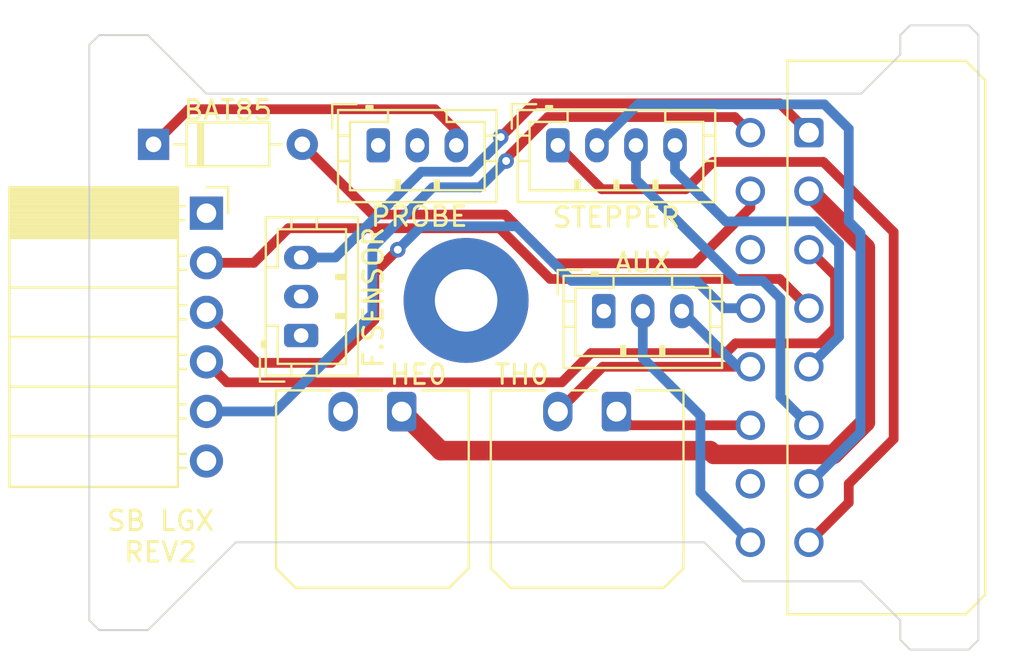
<source format=kicad_pcb>
(kicad_pcb (version 20211014) (generator pcbnew)
  (layers (0 "F.Cu" signal) (1 "In1.Cu" power) (2 "In2.Cu" power) (31 "B.Cu" signal) (34 "B.Paste" user) (35 "F.Paste" user) (36 "B.SilkS" user "B.Silkscreen") (37 "F.SilkS" user "F.Silkscreen") (38 "B.Mask" user) (39 "F.Mask" user) (44 "Edge.Cuts" user))
  (net 0 "")
  (net 1 "PROBE SIG")
  (net 2 "PROBE MCU")
  (net 3 "GND")
  (net 4 "FIL SENSOR")
  (net 5 "HEATER")
  (net 6 "5V")
  (net 7 "HE FAN")
  (net 8 "STEPPER 2B")
  (net 9 "STEPPER 2A")
  (net 10 "STEPPER 1A")
  (net 11 "STEPPER 1B")
  (net 12 "LED")
  (net 13 "24V")
  (net 14 "PC FAN")
  (net 15 "AGND")
  (net 16 "THERMISTOR")
  (net 17 "AUX")
  (footprint "Connector_JST:JST_PH_B3B-PH-K_1x03_P2.00mm_Vertical" (layer "F.Cu") (at 114.8 105.15)
    (fp_text reference "J4")
    (fp_text value "Probe")
    (fp_line (start 5.45 -1.2) (end 3.5 -1.2) (layer "F.SilkS") (width 0.12))
    (fp_line (start -2.06 -0.5) (end -1.45 -0.5) (layer "F.SilkS") (width 0.12))
    (fp_line (start -1.45 2.3) (end 5.45 2.3) (layer "F.SilkS") (width 0.12))
    (fp_line (start 0.9 1.8) (end 1.1 1.8) (layer "F.SilkS") (width 0.12))
    (fp_line (start -1.11 -2.11) (end -2.36 -2.11) (layer "F.SilkS") (width 0.12))
    (fp_line (start -2.36 -2.11) (end -2.36 -0.86) (layer "F.SilkS") (width 0.12))
    (fp_line (start -0.6 -2.01) (end -0.6 -1.81) (layer "F.SilkS") (width 0.12))
    (fp_line (start -2.06 -1.81) (end -2.06 2.91) (layer "F.SilkS") (width 0.12))
    (fp_line (start 3.1 1.8) (end 3.1 2.3) (layer "F.SilkS") (width 0.12))
    (fp_line (start 0.5 -1.2) (end -1.45 -1.2) (layer "F.SilkS") (width 0.12))
    (fp_line (start -1.45 -1.2) (end -1.45 2.3) (layer "F.SilkS") (width 0.12))
    (fp_line (start 0.9 2.3) (end 0.9 1.8) (layer "F.SilkS") (width 0.12))
    (fp_line (start 0.5 -1.81) (end 0.5 -1.2) (layer "F.SilkS") (width 0.12))
    (fp_line (start 3 2.3) (end 3 1.8) (layer "F.SilkS") (width 0.12))
    (fp_line (start 3.5 -1.2) (end 3.5 -1.81) (layer "F.SilkS") (width 0.12))
    (fp_line (start 2.9 1.8) (end 3.1 1.8) (layer "F.SilkS") (width 0.12))
    (fp_line (start 6.06 2.91) (end 6.06 -1.81) (layer "F.SilkS") (width 0.12))
    (fp_line (start 6.06 -1.81) (end -2.06 -1.81) (layer "F.SilkS") (width 0.12))
    (fp_line (start -0.3 -1.91) (end -0.6 -1.91) (layer "F.SilkS") (width 0.12))
    (fp_line (start 1.1 1.8) (end 1.1 2.3) (layer "F.SilkS") (width 0.12))
    (fp_line (start 2.9 2.3) (end 2.9 1.8) (layer "F.SilkS") (width 0.12))
    (fp_line (start -0.3 -1.81) (end -0.3 -2.01) (layer "F.SilkS") (width 0.12))
    (fp_line (start -0.3 -2.01) (end -0.6 -2.01) (layer "F.SilkS") (width 0.12))
    (fp_line (start -2.06 0.8) (end -1.45 0.8) (layer "F.SilkS") (width 0.12))
    (fp_line (start 5.45 2.3) (end 5.45 -1.2) (layer "F.SilkS") (width 0.12))
    (fp_line (start -2.06 2.91) (end 6.06 2.91) (layer "F.SilkS") (width 0.12))
    (fp_line (start 6.06 -0.5) (end 5.45 -0.5) (layer "F.SilkS") (width 0.12))
    (fp_line (start 6.06 0.8) (end 5.45 0.8) (layer "F.SilkS") (width 0.12))
    (fp_line (start 1 2.3) (end 1 1.8) (layer "F.SilkS") (width 0.12))
    (pad "1" thru_hole roundrect (at 0 0) (size 1.2 1.75) (drill 0.75) (layers *.Cu *.Mask) (roundrect_rratio 0.2083333333) (net 13 "24V"))
    (pad "2" thru_hole oval (at 2 0) (size 1.2 1.75) (drill 0.75) (layers *.Cu *.Mask) (net 3 "GND"))
    (pad "3" thru_hole oval (at 4 0) (size 1.2 1.75) (drill 0.75) (layers *.Cu *.Mask) (net 1 "PROBE SIG"))
  )
  (footprint "Connector_JST:JST_PH_B3B-PH-K_1x03_P2.00mm_Vertical" (layer "F.Cu") (at 126.35 113.65)
    (fp_text reference "J5")
    (fp_text value "Aux")
    (fp_line (start -2.06 -0.5) (end -1.45 -0.5) (layer "F.SilkS") (width 0.12))
    (fp_line (start 6.06 2.91) (end 6.06 -1.81) (layer "F.SilkS") (width 0.12))
    (fp_line (start 5.45 -1.2) (end 3.5 -1.2) (layer "F.SilkS") (width 0.12))
    (fp_line (start -1.45 -1.2) (end -1.45 2.3) (layer "F.SilkS") (width 0.12))
    (fp_line (start 6.06 0.8) (end 5.45 0.8) (layer "F.SilkS") (width 0.12))
    (fp_line (start -0.3 -1.81) (end -0.3 -2.01) (layer "F.SilkS") (width 0.12))
    (fp_line (start 0.5 -1.81) (end 0.5 -1.2) (layer "F.SilkS") (width 0.12))
    (fp_line (start -0.6 -2.01) (end -0.6 -1.81) (layer "F.SilkS") (width 0.12))
    (fp_line (start 3.1 1.8) (end 3.1 2.3) (layer "F.SilkS") (width 0.12))
    (fp_line (start -2.06 0.8) (end -1.45 0.8) (layer "F.SilkS") (width 0.12))
    (fp_line (start -1.11 -2.11) (end -2.36 -2.11) (layer "F.SilkS") (width 0.12))
    (fp_line (start 1.1 1.8) (end 1.1 2.3) (layer "F.SilkS") (width 0.12))
    (fp_line (start 3 2.3) (end 3 1.8) (layer "F.SilkS") (width 0.12))
    (fp_line (start 2.9 1.8) (end 3.1 1.8) (layer "F.SilkS") (width 0.12))
    (fp_line (start -1.45 2.3) (end 5.45 2.3) (layer "F.SilkS") (width 0.12))
    (fp_line (start -0.3 -2.01) (end -0.6 -2.01) (layer "F.SilkS") (width 0.12))
    (fp_line (start 6.06 -0.5) (end 5.45 -0.5) (layer "F.SilkS") (width 0.12))
    (fp_line (start 1 2.3) (end 1 1.8) (layer "F.SilkS") (width 0.12))
    (fp_line (start 0.9 2.3) (end 0.9 1.8) (layer "F.SilkS") (width 0.12))
    (fp_line (start 0.5 -1.2) (end -1.45 -1.2) (layer "F.SilkS") (width 0.12))
    (fp_line (start -0.3 -1.91) (end -0.6 -1.91) (layer "F.SilkS") (width 0.12))
    (fp_line (start 5.45 2.3) (end 5.45 -1.2) (layer "F.SilkS") (width 0.12))
    (fp_line (start 3.5 -1.2) (end 3.5 -1.81) (layer "F.SilkS") (width 0.12))
    (fp_line (start 6.06 -1.81) (end -2.06 -1.81) (layer "F.SilkS") (width 0.12))
    (fp_line (start 0.9 1.8) (end 1.1 1.8) (layer "F.SilkS") (width 0.12))
    (fp_line (start -2.36 -2.11) (end -2.36 -0.86) (layer "F.SilkS") (width 0.12))
    (fp_line (start 2.9 2.3) (end 2.9 1.8) (layer "F.SilkS") (width 0.12))
    (fp_line (start -2.06 -1.81) (end -2.06 2.91) (layer "F.SilkS") (width 0.12))
    (fp_line (start -2.06 2.91) (end 6.06 2.91) (layer "F.SilkS") (width 0.12))
    (pad "1" thru_hole roundrect (at 0 0) (size 1.2 1.75) (drill 0.75) (layers *.Cu *.Mask) (roundrect_rratio 0.2083333333) (net 3 "GND"))
    (pad "2" thru_hole oval (at 2 0) (size 1.2 1.75) (drill 0.75) (layers *.Cu *.Mask) (net 17 "AUX"))
    (pad "3" thru_hole oval (at 4 0) (size 1.2 1.75) (drill 0.75) (layers *.Cu *.Mask) (net 15 "AGND"))
  )
  (footprint "Connector_JST:JST_PH_B4B-PH-K_1x04_P2.00mm_Vertical" (layer "F.Cu") (at 124 105.15)
    (fp_text reference "J3")
    (fp_text value "Stepper")
    (fp_line (start 7.45 -1.2) (end 5.5 -1.2) (layer "F.SilkS") (width 0.12))
    (fp_line (start 5.1 1.8) (end 5.1 2.3) (layer "F.SilkS") (width 0.12))
    (fp_line (start -2.06 -0.5) (end -1.45 -0.5) (layer "F.SilkS") (width 0.12))
    (fp_line (start -1.11 -2.11) (end -2.36 -2.11) (layer "F.SilkS") (width 0.12))
    (fp_line (start 4.9 1.8) (end 5.1 1.8) (layer "F.SilkS") (width 0.12))
    (fp_line (start 8.06 -0.5) (end 7.45 -0.5) (layer "F.SilkS") (width 0.12))
    (fp_line (start 1.1 1.8) (end 1.1 2.3) (layer "F.SilkS") (width 0.12))
    (fp_line (start -2.06 -1.81) (end -2.06 2.91) (layer "F.SilkS") (width 0.12))
    (fp_line (start 8.06 -1.81) (end -2.06 -1.81) (layer "F.SilkS") (width 0.12))
    (fp_line (start -2.06 2.91) (end 8.06 2.91) (layer "F.SilkS") (width 0.12))
    (fp_line (start 5.5 -1.2) (end 5.5 -1.81) (layer "F.SilkS") (width 0.12))
    (fp_line (start 3.1 1.8) (end 3.1 2.3) (layer "F.SilkS") (width 0.12))
    (fp_line (start 0.9 1.8) (end 1.1 1.8) (layer "F.SilkS") (width 0.12))
    (fp_line (start 4.9 2.3) (end 4.9 1.8) (layer "F.SilkS") (width 0.12))
    (fp_line (start 2.9 1.8) (end 3.1 1.8) (layer "F.SilkS") (width 0.12))
    (fp_line (start -0.3 -2.01) (end -0.6 -2.01) (layer "F.SilkS") (width 0.12))
    (fp_line (start 0.5 -1.2) (end -1.45 -1.2) (layer "F.SilkS") (width 0.12))
    (fp_line (start 5 2.3) (end 5 1.8) (layer "F.SilkS") (width 0.12))
    (fp_line (start 3 2.3) (end 3 1.8) (layer "F.SilkS") (width 0.12))
    (fp_line (start 7.45 2.3) (end 7.45 -1.2) (layer "F.SilkS") (width 0.12))
    (fp_line (start -2.06 0.8) (end -1.45 0.8) (layer "F.SilkS") (width 0.12))
    (fp_line (start 0.5 -1.81) (end 0.5 -1.2) (layer "F.SilkS") (width 0.12))
    (fp_line (start -2.36 -2.11) (end -2.36 -0.86) (layer "F.SilkS") (width 0.12))
    (fp_line (start -1.45 -1.2) (end -1.45 2.3) (layer "F.SilkS") (width 0.12))
    (fp_line (start 8.06 0.8) (end 7.45 0.8) (layer "F.SilkS") (width 0.12))
    (fp_line (start -0.3 -1.81) (end -0.3 -2.01) (layer "F.SilkS") (width 0.12))
    (fp_line (start -0.6 -2.01) (end -0.6 -1.81) (layer "F.SilkS") (width 0.12))
    (fp_line (start 1 2.3) (end 1 1.8) (layer "F.SilkS") (width 0.12))
    (fp_line (start 2.9 2.3) (end 2.9 1.8) (layer "F.SilkS") (width 0.12))
    (fp_line (start -0.3 -1.91) (end -0.6 -1.91) (layer "F.SilkS") (width 0.12))
    (fp_line (start 8.06 2.91) (end 8.06 -1.81) (layer "F.SilkS") (width 0.12))
    (fp_line (start 0.9 2.3) (end 0.9 1.8) (layer "F.SilkS") (width 0.12))
    (fp_line (start -1.45 2.3) (end 7.45 2.3) (layer "F.SilkS") (width 0.12))
    (pad "1" thru_hole roundrect (at 0 0) (size 1.2 1.75) (drill 0.75) (layers *.Cu *.Mask) (roundrect_rratio 0.208333) (net 11 "STEPPER 1B"))
    (pad "2" thru_hole oval (at 2 0) (size 1.2 1.75) (drill 0.75) (layers *.Cu *.Mask) (net 10 "STEPPER 1A"))
    (pad "3" thru_hole oval (at 4 0) (size 1.2 1.75) (drill 0.75) (layers *.Cu *.Mask) (net 9 "STEPPER 2A"))
    (pad "4" thru_hole oval (at 6 0) (size 1.2 1.75) (drill 0.75) (layers *.Cu *.Mask) (net 8 "STEPPER 2B"))
  )
  (footprint "MaximeLibrary:Molex_Micro-Fit_3.0_43045-1600" (layer "F.Cu") (at 136.86 104.5 -90)
    (fp_text reference "J1")
    (fp_text value "MCU")
    (fp_line (start 24.685 1.1) (end -3.685 1.1) (layer "F.SilkS") (width 0.12))
    (fp_line (start 23.685 -9.03) (end 24.685 -8.03) (layer "F.SilkS") (width 0.12))
    (fp_line (start 24.685 -8.03) (end 24.685 1.1) (layer "F.SilkS") (width 0.12))
    (fp_line (start -3.685 1.1) (end -3.685 -8.03) (layer "F.SilkS") (width 0.12))
    (fp_line (start -2.685 -9.03) (end 23.685 -9.03) (layer "F.SilkS") (width 0.12))
    (fp_line (start -3.685 -8.03) (end -2.685 -9.03) (layer "F.SilkS") (width 0.12))
    (pad "" np_thru_hole circle (at 18.86 -4.32 270) (size 3 3) (drill 3) (layers *.Cu *.Mask))
    (pad "" np_thru_hole circle (at 2.16 -4.32 270) (size 3 3) (drill 3) (layers *.Cu *.Mask))
    (pad "1" thru_hole roundrect (at 0 0 270) (size 1.5 1.5) (drill 1.02) (layers *.Cu *.Mask) (roundrect_rratio 0.1666673333) (net 4 "FIL SENSOR"))
    (pad "2" thru_hole circle (at 3 0 270) (size 1.5 1.5) (drill 1.02) (layers *.Cu *.Mask) (net 5 "HEATER"))
    (pad "3" thru_hole circle (at 6 0 270) (size 1.5 1.5) (drill 1.02) (layers *.Cu *.Mask) (net 6 "5V"))
    (pad "4" thru_hole circle (at 9 0 270) (size 1.5 1.5) (drill 1.02) (layers *.Cu *.Mask) (net 7 "HE FAN"))
    (pad "5" thru_hole circle (at 12 0 270) (size 1.5 1.5) (drill 1.02) (layers *.Cu *.Mask) (net 8 "STEPPER 2B"))
    (pad "6" thru_hole circle (at 15 0 270) (size 1.5 1.5) (drill 1.02) (layers *.Cu *.Mask) (net 9 "STEPPER 2A"))
    (pad "7" thru_hole circle (at 18 0 270) (size 1.5 1.5) (drill 1.02) (layers *.Cu *.Mask) (net 10 "STEPPER 1A"))
    (pad "8" thru_hole circle (at 21 0 270) (size 1.5 1.5) (drill 1.02) (layers *.Cu *.Mask) (net 11 "STEPPER 1B"))
    (pad "9" thru_hole circle (at 0 3 270) (size 1.5 1.5) (drill 1.02) (layers *.Cu *.Mask) (net 12 "LED"))
    (pad "10" thru_hole circle (at 3 3 270) (size 1.5 1.5) (drill 1.02) (layers *.Cu *.Mask) (net 2 "PROBE MCU"))
    (pad "11" thru_hole circle (at 6 3 270) (size 1.5 1.5) (drill 1.02) (layers *.Cu *.Mask) (net 13 "24V"))
    (pad "12" thru_hole circle (at 9 3 270) (size 1.5 1.5) (drill 1.02) (layers *.Cu *.Mask) (net 14 "PC FAN"))
    (pad "13" thru_hole circle (at 12 3 270) (size 1.5 1.5) (drill 1.02) (layers *.Cu *.Mask) (net 15 "AGND"))
    (pad "14" thru_hole circle (at 15 3 270) (size 1.5 1.5) (drill 1.02) (layers *.Cu *.Mask) (net 16 "THERMISTOR"))
    (pad "15" thru_hole circle (at 18 3 270) (size 1.5 1.5) (drill 1.02) (layers *.Cu *.Mask) (net 3 "GND"))
    (pad "16" thru_hole circle (at 21 3 270) (size 1.5 1.5) (drill 1.02) (layers *.Cu *.Mask) (net 17 "AUX"))
  )
  (footprint "MaximeLibrary:Molex_Micro-Fit_3.0_43650-0200" (layer "F.Cu") (at 127 118.8 180)
    (fp_text reference "J7")
    (fp_text value "Thermistor")
    (fp_line (start -3.435 1.09) (end -3.435 -8.03) (layer "F.SilkS") (width 0.12))
    (fp_line (start -3.435 -8.03) (end -2.435 -9.03) (layer "F.SilkS") (width 0.12))
    (fp_line (start -2.435 -9.03) (end 5.435 -9.03) (layer "F.SilkS") (width 0.12))
    (fp_line (start 5.435 -9.03) (end 6.435 -8.03) (layer "F.SilkS") (width 0.12))
    (fp_line (start 6.435 -8.03) (end 6.435 1.09) (layer "F.SilkS") (width 0.12))
    (fp_line (start -3.435 1.09) (end -1.01 1.09) (layer "F.SilkS") (width 0.12))
    (fp_line (start 6.435 1.09) (end 3.651767 1.09) (layer "F.SilkS") (width 0.12))
    (fp_line (start 1.01 1.09) (end 2.348233 1.09) (layer "F.SilkS") (width 0.12))
    (pad "" np_thru_hole circle (at 1.5 -4.32 180) (size 3 3) (drill 3) (layers *.Cu *.Mask))
    (pad "1" thru_hole roundrect (at 0 0 180) (size 1.5 2.02) (drill 1.02) (layers *.Cu *.Mask) (roundrect_rratio 0.1666673333) (net 16 "THERMISTOR"))
    (pad "2" thru_hole oval (at 3 0 180) (size 1.5 2.02) (drill 1.02) (layers *.Cu *.Mask) (net 15 "AGND"))
  )
  (footprint "MountingHole:MountingHole_3.2mm_M3_Pad" (layer "F.Cu") (at 119.3 113.1)
    (fp_text reference "H1")
    (fp_text value "Cover Mounting")
    (pad "1" thru_hole circle (at 0 0) (size 6.4 6.4) (drill 3.2) (layers *.Cu *.Mask) (net 3 "GND"))
  )
  (footprint "Connector_JST:JST_PH_B3B-PH-K_1x03_P2.00mm_Vertical" (layer "F.Cu") (at 110.85 114.9 90)
    (fp_text reference "J6")
    (fp_text value "Fil. Sensor")
    (fp_line (start 6.06 -0.5) (end 5.45 -0.5) (layer "F.SilkS") (width 0.12))
    (fp_line (start -2.06 -1.81) (end -2.06 2.91) (layer "F.SilkS") (width 0.12))
    (fp_line (start 1.1 1.8) (end 1.1 2.3) (layer "F.SilkS") (width 0.12))
    (fp_line (start 2.9 1.8) (end 3.1 1.8) (layer "F.SilkS") (width 0.12))
    (fp_line (start -2.06 -0.5) (end -1.45 -0.5) (layer "F.SilkS") (width 0.12))
    (fp_line (start 6.06 0.8) (end 5.45 0.8) (layer "F.SilkS") (width 0.12))
    (fp_line (start 1 2.3) (end 1 1.8) (layer "F.SilkS") (width 0.12))
    (fp_line (start 3.5 -1.2) (end 3.5 -1.81) (layer "F.SilkS") (width 0.12))
    (fp_line (start -0.3 -2.01) (end -0.6 -2.01) (layer "F.SilkS") (width 0.12))
    (fp_line (start -2.06 2.91) (end 6.06 2.91) (layer "F.SilkS") (width 0.12))
    (fp_line (start -1.11 -2.11) (end -2.36 -2.11) (layer "F.SilkS") (width 0.12))
    (fp_line (start 3 2.3) (end 3 1.8) (layer "F.SilkS") (width 0.12))
    (fp_line (start 6.06 -1.81) (end -2.06 -1.81) (layer "F.SilkS") (width 0.12))
    (fp_line (start 0.5 -1.81) (end 0.5 -1.2) (layer "F.SilkS") (width 0.12))
    (fp_line (start 0.5 -1.2) (end -1.45 -1.2) (layer "F.SilkS") (width 0.12))
    (fp_line (start -0.3 -1.91) (end -0.6 -1.91) (layer "F.SilkS") (width 0.12))
    (fp_line (start -0.6 -2.01) (end -0.6 -1.81) (layer "F.SilkS") (width 0.12))
    (fp_line (start -2.36 -2.11) (end -2.36 -0.86) (layer "F.SilkS") (width 0.12))
    (fp_line (start 2.9 2.3) (end 2.9 1.8) (layer "F.SilkS") (width 0.12))
    (fp_line (start 6.06 2.91) (end 6.06 -1.81) (layer "F.SilkS") (width 0.12))
    (fp_line (start 3.1 1.8) (end 3.1 2.3) (layer "F.SilkS") (width 0.12))
    (fp_line (start -2.06 0.8) (end -1.45 0.8) (layer "F.SilkS") (width 0.12))
    (fp_line (start 0.9 1.8) (end 1.1 1.8) (layer "F.SilkS") (width 0.12))
    (fp_line (start -0.3 -1.81) (end -0.3 -2.01) (layer "F.SilkS") (width 0.12))
    (fp_line (start -1.45 -1.2) (end -1.45 2.3) (layer "F.SilkS") (width 0.12))
    (fp_line (start 5.45 2.3) (end 5.45 -1.2) (layer "F.SilkS") (width 0.12))
    (fp_line (start -1.45 2.3) (end 5.45 2.3) (layer "F.SilkS") (width 0.12))
    (fp_line (start 0.9 2.3) (end 0.9 1.8) (layer "F.SilkS") (width 0.12))
    (fp_line (start 5.45 -1.2) (end 3.5 -1.2) (layer "F.SilkS") (width 0.12))
    (pad "1" thru_hole roundrect (at 0 0 90) (size 1.2 1.75) (drill 0.75) (layers *.Cu *.Mask) (roundrect_rratio 0.2083333333) (net 13 "24V"))
    (pad "2" thru_hole oval (at 2 0 90) (size 1.2 1.75) (drill 0.75) (layers *.Cu *.Mask) (net 3 "GND"))
    (pad "3" thru_hole oval (at 4 0 90) (size 1.2 1.75) (drill 0.75) (layers *.Cu *.Mask) (net 4 "FIL SENSOR"))
  )
  (footprint "MaximeLibrary:Molex_Micro-Fit_3.0_43650-0200" (layer "F.Cu") (at 116 118.8 180)
    (fp_text reference "J8")
    (fp_text value "Heater")
    (fp_line (start -3.435 1.09) (end -3.435 -8.03) (layer "F.SilkS") (width 0.12))
    (fp_line (start -2.435 -9.03) (end 5.435 -9.03) (layer "F.SilkS") (width 0.12))
    (fp_line (start 5.435 -9.03) (end 6.435 -8.03) (layer "F.SilkS") (width 0.12))
    (fp_line (start 6.435 -8.03) (end 6.435 1.09) (layer "F.SilkS") (width 0.12))
    (fp_line (start -3.435 -8.03) (end -2.435 -9.03) (layer "F.SilkS") (width 0.12))
    (fp_line (start 1.01 1.09) (end 2.348233 1.09) (layer "F.SilkS") (width 0.12))
    (fp_line (start -3.435 1.09) (end -1.01 1.09) (layer "F.SilkS") (width 0.12))
    (fp_line (start 6.435 1.09) (end 3.651767 1.09) (layer "F.SilkS") (width 0.12))
    (pad "" np_thru_hole circle (at 1.5 -4.32 180) (size 3 3) (drill 3) (layers *.Cu *.Mask))
    (pad "1" thru_hole roundrect (at 0 0 180) (size 1.5 2.02) (drill 1.02) (layers *.Cu *.Mask) (roundrect_rratio 0.1666673333) (net 5 "HEATER"))
    (pad "2" thru_hole oval (at 3 0 180) (size 1.5 2.02) (drill 1.02) (layers *.Cu *.Mask) (net 13 "24V"))
  )
  (footprint "Connector_PinSocket_2.54mm:PinSocket_1x06_P2.54mm_Horizontal" (layer "F.Cu") (at 106 108.63)
    (fp_text reference "J2")
    (fp_text value "Stealthburner")
    (fp_line (start -10.09 -0.50143) (end -1.46 -0.50143) (layer "F.SilkS") (width 0.12))
    (fp_line (start -1.46 7.98) (end -1.05 7.98) (layer "F.SilkS") (width 0.12))
    (fp_line (start -10.09 -0.147145) (end -1.46 -0.147145) (layer "F.SilkS") (width 0.12))
    (fp_line (start -10.09 1.1519) (end -1.46 1.1519) (layer "F.SilkS") (width 0.12))
    (fp_line (start -10.09 -1.33) (end -10.09 14.03) (layer "F.SilkS") (width 0.12))
    (fp_line (start -1.46 -0.36) (end -1.11 -0.36) (layer "F.SilkS") (width 0.12))
    (fp_line (start -1.46 9.8) (end -1.05 9.8) (layer "F.SilkS") (width 0.12))
    (fp_line (start -10.09 0.797615) (end -1.46 0.797615) (layer "F.SilkS") (width 0.12))
    (fp_line (start -1.46 7.26) (end -1.05 7.26) (layer "F.SilkS") (width 0.12))
    (fp_line (start -10.09 -1.21) (end -1.46 -1.21) (layer "F.SilkS") (width 0.12))
    (fp_line (start -10.09 -0.97381) (end -1.46 -0.97381) (layer "F.SilkS") (width 0.12))
    (fp_line (start -1.46 -1.33) (end -1.46 14.03) (layer "F.SilkS") (width 0.12))
    (fp_line (start -10.09 -0.73762) (end -1.46 -0.73762) (layer "F.SilkS") (width 0.12))
    (fp_line (start -1.46 12.34) (end -1.05 12.34) (layer "F.SilkS") (width 0.12))
    (fp_line (start -10.09 0.089045) (end -1.46 0.089045) (layer "F.SilkS") (width 0.12))
    (fp_line (start -10.09 6.35) (end -1.46 6.35) (layer "F.SilkS") (width 0.12))
    (fp_line (start -10.09 14.03) (end -1.46 14.03) (layer "F.SilkS") (width 0.12))
    (fp_line (start -1.46 2.18) (end -1.05 2.18) (layer "F.SilkS") (width 0.12))
    (fp_line (start -10.09 0.325235) (end -1.46 0.325235) (layer "F.SilkS") (width 0.12))
    (fp_line (start -10.09 0.20714) (end -1.46 0.20714) (layer "F.SilkS") (width 0.12))
    (fp_line (start -1.46 5.44) (end -1.05 5.44) (layer "F.SilkS") (width 0.12))
    (fp_line (start -10.09 -1.091905) (end -1.46 -1.091905) (layer "F.SilkS") (width 0.12))
    (fp_line (start -10.09 0.561425) (end -1.46 0.561425) (layer "F.SilkS") (width 0.12))
    (fp_line (start -10.09 -0.02905) (end -1.46 -0.02905) (layer "F.SilkS") (width 0.12))
    (fp_line (start -1.46 10.52) (end -1.05 10.52) (layer "F.SilkS") (width 0.12))
    (fp_line (start -1.46 2.9) (end -1.05 2.9) (layer "F.SilkS") (width 0.12))
    (fp_line (start -10.09 0.91571) (end -1.46 0.91571) (layer "F.SilkS") (width 0.12))
    (fp_line (start -10.09 11.43) (end -1.46 11.43) (layer "F.SilkS") (width 0.12))
    (fp_line (start 1.11 -1.33) (end 1.11 0) (layer "F.SilkS") (width 0.12))
    (fp_line (start -10.09 8.89) (end -1.46 8.89) (layer "F.SilkS") (width 0.12))
    (fp_line (start -10.09 -0.619525) (end -1.46 -0.619525) (layer "F.SilkS") (width 0.12))
    (fp_line (start -10.09 -0.26524) (end -1.46 -0.26524) (layer "F.SilkS") (width 0.12))
    (fp_line (start -1.46 13.06) (end -1.05 13.06) (layer "F.SilkS") (width 0.12))
    (fp_line (start -10.09 0.67952) (end -1.46 0.67952) (layer "F.SilkS") (width 0.12))
    (fp_line (start -10.09 1.27) (end -1.46 1.27) (layer "F.SilkS") (width 0.12))
    (fp_line (start 0 -1.33) (end 1.11 -1.33) (layer "F.SilkS") (width 0.12))
    (fp_line (start -10.09 3.81) (end -1.46 3.81) (layer "F.SilkS") (width 0.12))
    (fp_line (start -1.46 4.72) (end -1.05 4.72) (layer "F.SilkS") (width 0.12))
    (fp_line (start -10.09 0.44333) (end -1.46 0.44333) (layer "F.SilkS") (width 0.12))
    (fp_line (start -10.09 -0.855715) (end -1.46 -0.855715) (layer "F.SilkS") (width 0.12))
    (fp_line (start -10.09 1.033805) (end -1.46 1.033805) (layer "F.SilkS") (width 0.12))
    (fp_line (start -10.09 -0.383335) (end -1.46 -0.383335) (layer "F.SilkS") (width 0.12))
    (fp_line (start -10.09 -1.33) (end -1.46 -1.33) (layer "F.SilkS") (width 0.12))
    (fp_line (start -1.46 0.36) (end -1.11 0.36) (layer "F.SilkS") (width 0.12))
    (pad "1" thru_hole rect (at 0 0) (size 1.7 1.7) (drill 1) (layers *.Cu *.Mask) (net 13 "24V"))
    (pad "2" thru_hole oval (at 0 2.54) (size 1.7 1.7) (drill 1) (layers *.Cu *.Mask) (net 7 "HE FAN"))
    (pad "3" thru_hole oval (at 0 5.08) (size 1.7 1.7) (drill 1) (layers *.Cu *.Mask) (net 14 "PC FAN"))
    (pad "4" thru_hole oval (at 0 7.62) (size 1.7 1.7) (drill 1) (layers *.Cu *.Mask) (net 6 "5V"))
    (pad "5" thru_hole oval (at 0 10.16) (size 1.7 1.7) (drill 1) (layers *.Cu *.Mask) (net 12 "LED"))
    (pad "6" thru_hole oval (at 0 12.7) (size 1.7 1.7) (drill 1) (layers *.Cu *.Mask) (net 3 "GND"))
  )
  (footprint "Diode_THT:D_DO-35_SOD27_P7.62mm_Horizontal" (layer "F.Cu") (at 103.29 105.1)
    (fp_text reference "D1")
    (fp_text value "BAT85")
    (fp_line (start 2.41 -1.12) (end 2.41 1.12) (layer "F.SilkS") (width 0.12))
    (fp_line (start 1.69 1.12) (end 5.93 1.12) (layer "F.SilkS") (width 0.12))
    (fp_line (start 1.04 0) (end 1.69 0) (layer "F.SilkS") (width 0.12))
    (fp_line (start 5.93 1.12) (end 5.93 -1.12) (layer "F.SilkS") (width 0.12))
    (fp_line (start 1.69 -1.12) (end 1.69 1.12) (layer "F.SilkS") (width 0.12))
    (fp_line (start 2.29 -1.12) (end 2.29 1.12) (layer "F.SilkS") (width 0.12))
    (fp_line (start 6.58 0) (end 5.93 0) (layer "F.SilkS") (width 0.12))
    (fp_line (start 5.93 -1.12) (end 1.69 -1.12) (layer "F.SilkS") (width 0.12))
    (fp_line (start 2.53 -1.12) (end 2.53 1.12) (layer "F.SilkS") (width 0.12))
    (pad "1" thru_hole rect (at 0 0) (size 1.6 1.6) (drill 0.8) (layers *.Cu *.Mask) (net 1 "PROBE SIG"))
    (pad "2" thru_hole oval (at 7.62 0) (size 1.6 1.6) (drill 0.8) (layers *.Cu *.Mask) (net 2 "PROBE MCU"))
  )
  (gr_line (start 141.54 100.5) (end 139.54 102.5) (layer "Edge.Cuts") (width 0.1))
  (gr_line (start 106 102.5) (end 103 99.5) (layer "Edge.Cuts") (width 0.1))
  (gr_line (start 100.5 99.5) (end 103 99.5) (layer "Edge.Cuts") (width 0.1))
  (gr_line (start 139.54 127.5) (end 141.54 129.5) (layer "Edge.Cuts") (width 0.1))
  (gr_line (start 100 129.5) (end 100.5 130) (layer "Edge.Cuts") (width 0.1))
  (gr_line (start 100.5 99.5) (end 100 100) (layer "Edge.Cuts") (width 0.1))
  (gr_line (start 107.5 125.5) (end 131.5 125.5) (layer "Edge.Cuts") (width 0.1))
  (gr_line (start 145.04 99) (end 145.54 99.5) (layer "Edge.Cuts") (width 0.1))
  (gr_line (start 100 100) (end 100 129.5) (layer "Edge.Cuts") (width 0.1))
  (gr_line (start 141.54 99.5) (end 141.54 100.5) (layer "Edge.Cuts") (width 0.1))
  (gr_line (start 145.04 99) (end 142.04 99) (layer "Edge.Cuts") (width 0.1))
  (gr_line (start 145.54 130.5) (end 145.54 99.5) (layer "Edge.Cuts") (width 0.1))
  (gr_line (start 141.54 99.5) (end 142.04 99) (layer "Edge.Cuts") (width 0.1))
  (gr_line (start 141.54 130.5) (end 142.04 131) (layer "Edge.Cuts") (width 0.1))
  (gr_line (start 131.5 125.5) (end 133.5 127.5) (layer "Edge.Cuts") (width 0.1))
  (gr_line (start 142.04 131) (end 145.04 131) (layer "Edge.Cuts") (width 0.1))
  (gr_line (start 133.5 127.5) (end 139.54 127.5) (layer "Edge.Cuts") (width 0.1))
  (gr_line (start 103 130) (end 107.5 125.5) (layer "Edge.Cuts") (width 0.1))
  (gr_line (start 100.5 130) (end 103 130) (layer "Edge.Cuts") (width 0.1))
  (gr_line (start 145.04 131) (end 145.54 130.5) (layer "Edge.Cuts") (width 0.1))
  (gr_line (start 141.54 129.5) (end 141.54 130.5) (layer "Edge.Cuts") (width 0.1))
  (gr_line (start 139.54 102.5) (end 106 102.5) (layer "Edge.Cuts") (width 0.1))
  (gr_text "STEPPER" (at 127 108.85) (layer "F.SilkS") (effects (font (size 1 1))))
  (gr_text "TH0" (at 122.15 116.9) (layer "F.SilkS") (effects (font (size 1 1))))
  (gr_text "PROBE" (at 116.9 108.8) (layer "F.SilkS") (effects (font (size 1 1))))
  (gr_text "AUX" (at 128.35 111.15) (layer "F.SilkS") (effects (font (size 1 1))))
  (gr_text "HE0" (at 116.85 116.9) (layer "F.SilkS") (effects (font (size 1 1))))
  (gr_text "F.SENSOR" (at 114.55 112.95 90) (layer "F.SilkS") (effects (font (size 1 1))))
  (gr_text "SB LGX\nREV2" (at 103.65 125.2) (layer "F.SilkS") (effects (font (size 1 1))))
  (gr_text "BAT85" (at 107.1 103.35) (layer "F.SilkS") (effects (font (size 1 1))))
  (segment (start 105.09 103.3) (end 103.29 105.1) (width 0.5) (layer "F.Cu") (net 1))
  (segment (start 118.8 105.15) (end 118.8 104.4) (width 0.5) (layer "F.Cu") (net 1))
  (segment (start 117.7 103.3) (end 105.09 103.3) (width 0.5) (layer "F.Cu") (net 1))
  (segment (start 118.8 104.4) (end 117.7 103.3) (width 0.5) (layer "F.Cu") (net 1))
  (segment (start 121.3 108.7) (end 123.8 111.2) (width 0.5) (layer "F.Cu") (net 2))
  (segment (start 110.91 105.1) (end 114.51 108.7) (width 0.5) (layer "F.Cu") (net 2))
  (segment (start 123.8 111.2) (end 131 111.2) (width 0.5) (layer "F.Cu") (net 2))
  (segment (start 114.51 108.7) (end 121.3 108.7) (width 0.5) (layer "F.Cu") (net 2))
  (segment (start 133.86 108.34) (end 133.86 107.5) (width 0.5) (layer "F.Cu") (net 2))
  (segment (start 131 111.2) (end 133.86 108.34) (width 0.5) (layer "F.Cu") (net 2))
  (segment (start 135.36 103) (end 136.86 104.5) (width 0.5) (layer "F.Cu") (net 4))
  (segment (start 122.798624 103) (end 135.36 103) (width 0.5) (layer "F.Cu") (net 4))
  (segment (start 121.074312 104.724312) (end 122.798624 103) (width 0.5) (layer "F.Cu") (net 4))
  (via (at 121.074312 104.724312) (size 0.8) (drill 0.4) (layers "F.Cu" "B.Cu") (net 4))
  (segment (start 121.074312 104.925688) (end 121.074312 104.724312) (width 0.5) (layer "B.Cu") (net 4))
  (segment (start 119.5 106.5) (end 121.074312 104.925688) (width 0.5) (layer "B.Cu") (net 4))
  (segment (start 112.6 110.9) (end 117 106.5) (width 0.5) (layer "B.Cu") (net 4))
  (segment (start 117 106.5) (end 119.5 106.5) (width 0.5) (layer "B.Cu") (net 4))
  (segment (start 110.85 110.9) (end 112.6 110.9) (width 0.5) (layer "B.Cu") (net 4))
  (segment (start 118 120.8) (end 131.8 120.8) (width 1) (layer "F.Cu") (net 5))
  (segment (start 131.994999 120.994999) (end 138.105001 120.994999) (width 1) (layer "F.Cu") (net 5))
  (segment (start 139.75 110.39) (end 139.75 119.35) (width 1) (layer "F.Cu") (net 5))
  (segment (start 131.8 120.8) (end 131.994999 120.994999) (width 1) (layer "F.Cu") (net 5))
  (segment (start 139.75 119.35) (end 138.105001 120.994999) (width 1) (layer "F.Cu") (net 5))
  (segment (start 116 118.8) (end 118 120.8) (width 1) (layer "F.Cu") (net 5))
  (segment (start 136.86 107.5) (end 139.75 110.39) (width 1) (layer "F.Cu") (net 5))
  (segment (start 138.105001 120.994999) (end 139.475 119.625) (width 0.75) (layer "F.Cu") (net 5))
  (segment (start 132.6 115.8) (end 133.1 115.3) (width 0.5) (layer "F.Cu") (net 6))
  (segment (start 125.7 115.8) (end 132.6 115.8) (width 0.5) (layer "F.Cu") (net 6))
  (segment (start 138.2 111.84) (end 136.86 110.5) (width 0.5) (layer "F.Cu") (net 6))
  (segment (start 124.2 117.3) (end 125.7 115.8) (width 0.5) (layer "F.Cu") (net 6))
  (segment (start 106 116.25) (end 107.05 117.3) (width 0.5) (layer "F.Cu") (net 6))
  (segment (start 133.1 115.3) (end 137.4 115.3) (width 0.5) (layer "F.Cu") (net 6))
  (segment (start 137.4 115.3) (end 138.2 114.5) (width 0.5) (layer "F.Cu") (net 6))
  (segment (start 107.05 117.3) (end 124.2 117.3) (width 0.5) (layer "F.Cu") (net 6))
  (segment (start 138.2 114.5) (end 138.2 111.84) (width 0.5) (layer "F.Cu") (net 6))
  (segment (start 110.2 109.4) (end 121.01005 109.4) (width 0.5) (layer "F.Cu") (net 7))
  (segment (start 123.61005 112) (end 135.36 112) (width 0.5) (layer "F.Cu") (net 7))
  (segment (start 106 111.17) (end 108.43 111.17) (width 0.5) (layer "F.Cu") (net 7))
  (segment (start 121.01005 109.4) (end 123.61005 112) (width 0.5) (layer "F.Cu") (net 7))
  (segment (start 135.36 112) (end 136.86 113.5) (width 0.5) (layer "F.Cu") (net 7))
  (segment (start 108.43 111.17) (end 110.2 109.4) (width 0.5) (layer "F.Cu") (net 7))
  (segment (start 138.4 114.96) (end 138.4 110.2) (width 0.5) (layer "B.Cu") (net 8))
  (segment (start 130 106.45) (end 130 105.15) (width 0.5) (layer "B.Cu") (net 8))
  (segment (start 132.6 109.05) (end 130 106.45) (width 0.5) (layer "B.Cu") (net 8))
  (segment (start 138.4 110.2) (end 137.25 109.05) (width 0.5) (layer "B.Cu") (net 8))
  (segment (start 137.25 109.05) (end 132.6 109.05) (width 0.5) (layer "B.Cu") (net 8))
  (segment (start 136.86 116.5) (end 138.4 114.96) (width 0.5) (layer "B.Cu") (net 8))
  (segment (start 134.5 112.1) (end 133.2 112.1) (width 0.5) (layer "B.Cu") (net 9))
  (segment (start 133.2 112.1) (end 128 106.9) (width 0.5) (layer "B.Cu") (net 9))
  (segment (start 135.4 113) (end 134.5 112.1) (width 0.5) (layer "B.Cu") (net 9))
  (segment (start 128 106.9) (end 128 105.15) (width 0.5) (layer "B.Cu") (net 9))
  (segment (start 135.4 118.04) (end 135.4 113) (width 0.5) (layer "B.Cu") (net 9))
  (segment (start 136.86 119.5) (end 135.4 118.04) (width 0.5) (layer "B.Cu") (net 9))
  (segment (start 128.1 103.05) (end 137.65 103.05) (width 0.5) (layer "B.Cu") (net 10))
  (segment (start 139.5 109.65) (end 139.5 119.86) (width 0.5) (layer "B.Cu") (net 10))
  (segment (start 139.5 119.86) (end 136.86 122.5) (width 0.5) (layer "B.Cu") (net 10))
  (segment (start 138.9 109.05) (end 139.5 109.65) (width 0.5) (layer "B.Cu") (net 10))
  (segment (start 137.65 103.05) (end 138.9 104.3) (width 0.5) (layer "B.Cu") (net 10))
  (segment (start 138.9 104.3) (end 138.9 109.05) (width 0.5) (layer "B.Cu") (net 10))
  (segment (start 126 105.15) (end 128.1 103.05) (width 0.5) (layer "B.Cu") (net 10))
  (segment (start 138.9 123.46) (end 136.86 125.5) (width 0.5) (layer "F.Cu") (net 11))
  (segment (start 130.55 107.4) (end 126.25 107.4) (width 0.5) (layer "F.Cu") (net 11))
  (segment (start 141.2 120.2) (end 138.9 122.5) (width 0.5) (layer "F.Cu") (net 11))
  (segment (start 126.25 107.4) (end 124 105.15) (width 0.5) (layer "F.Cu") (net 11))
  (segment (start 131.95 106) (end 130.55 107.4) (width 0.5) (layer "F.Cu") (net 11))
  (segment (start 137.6 106) (end 131.95 106) (width 0.5) (layer "F.Cu") (net 11))
  (segment (start 137.6 106) (end 141.2 109.6) (width 0.5) (layer "F.Cu") (net 11))
  (segment (start 138.9 122.5) (end 138.9 123.46) (width 0.5) (layer "F.Cu") (net 11))
  (segment (start 141.2 109.6) (end 141.2 120.2) (width 0.5) (layer "F.Cu") (net 11))
  (segment (start 123.485051 103.7) (end 133.06 103.7) (width 0.5) (layer "F.Cu") (net 12))
  (segment (start 133.06 103.7) (end 133.86 104.5) (width 0.5) (layer "F.Cu") (net 12))
  (segment (start 121.35 105.95) (end 121.35 105.835051) (width 0.5) (layer "F.Cu") (net 12))
  (segment (start 121.35 105.835051) (end 123.485051 103.7) (width 0.5) (layer "F.Cu") (net 12))
  (via (at 121.35 105.95) (size 0.8) (drill 0.4) (layers "F.Cu" "B.Cu") (net 12))
  (segment (start 109.51 118.79) (end 114.5 113.8) (width 0.5) (layer "B.Cu") (net 12))
  (segment (start 106 118.79) (end 109.51 118.79) (width 0.5) (layer "B.Cu") (net 12))
  (segment (start 119.7 107.3) (end 120 107.3) (width 0.5) (layer "B.Cu") (net 12))
  (segment (start 120 107.3) (end 121.35 105.95) (width 0.5) (layer "B.Cu") (net 12))
  (segment (start 117.6 107.3) (end 119.7 107.3) (width 0.5) (layer "B.Cu") (net 12))
  (segment (start 114.5 110.4) (end 117.6 107.3) (width 0.5) (layer "B.Cu") (net 12))
  (segment (start 114.5 113.8) (end 114.5 110.4) (width 0.5) (layer "B.Cu") (net 12))
  (segment (start 113.9 114.8) (end 114.6 114.1) (width 0.5) (layer "F.Cu") (net 14))
  (segment (start 114.6 111.7) (end 115.8 110.5) (width 0.5) (layer "F.Cu") (net 14))
  (segment (start 114.6 114.1) (end 114.6 111.7) (width 0.5) (layer "F.Cu") (net 14))
  (segment (start 108.59 116.3) (end 109.6 116.3) (width 0.5) (layer "F.Cu") (net 14))
  (segment (start 106 113.71) (end 108.59 116.3) (width 0.5) (layer "F.Cu") (net 14))
  (segment (start 109.6 116.3) (end 112.4 116.3) (width 0.5) (layer "F.Cu") (net 14))
  (segment (start 112.4 116.3) (end 113.9 114.8) (width 0.5) (layer "F.Cu") (net 14))
  (via (at 115.8 110.5) (size 0.8) (drill 0.4) (layers "F.Cu" "B.Cu") (net 14))
  (segment (start 124.7 112.1) (end 131.1 112.1) (width 0.5) (layer "B.Cu") (net 14))
  (segment (start 115.8 110.5) (end 117 109.3) (width 0.5) (layer "B.Cu") (net 14))
  (segment (start 132.5 113.5) (end 133.86 113.5) (width 0.5) (layer "B.Cu") (net 14))
  (segment (start 131.1 112.1) (end 132.5 113.5) (width 0.5) (layer "B.Cu") (net 14))
  (segment (start 121.9 109.3) (end 124.7 112.1) (width 0.5) (layer "B.Cu") (net 14))
  (segment (start 117 109.3) (end 121.9 109.3) (width 0.5) (layer "B.Cu") (net 14))
  (segment (start 124 118.8) (end 126.3 116.5) (width 0.5) (layer "F.Cu") (net 15))
  (segment (start 126.3 116.5) (end 133.86 116.5) (width 0.5) (layer "F.Cu") (net 15))
  (segment (start 133.2 116.5) (end 130.35 113.65) (width 0.5) (layer "B.Cu") (net 15))
  (segment (start 133.86 116.5) (end 133.2 116.5) (width 0.5) (layer "B.Cu") (net 15))
  (segment (start 127 118.8) (end 127.7 119.5) (width 0.5) (layer "F.Cu") (net 16))
  (segment (start 127.7 119.5) (end 133.86 119.5) (width 0.5) (layer "F.Cu") (net 16))
  (segment (start 131.3 119) (end 131.3 122.94) (width 0.5) (layer "B.Cu") (net 17))
  (segment (start 131.3 122.94) (end 133.86 125.5) (width 0.5) (layer "B.Cu") (net 17))
  (segment (start 128.35 116.05) (end 128.35 113.65) (width 0.5) (layer "B.Cu") (net 17))
  (segment (start 131.3 119) (end 128.35 116.05) (width 0.5) (layer "B.Cu") (net 17))
)
</source>
